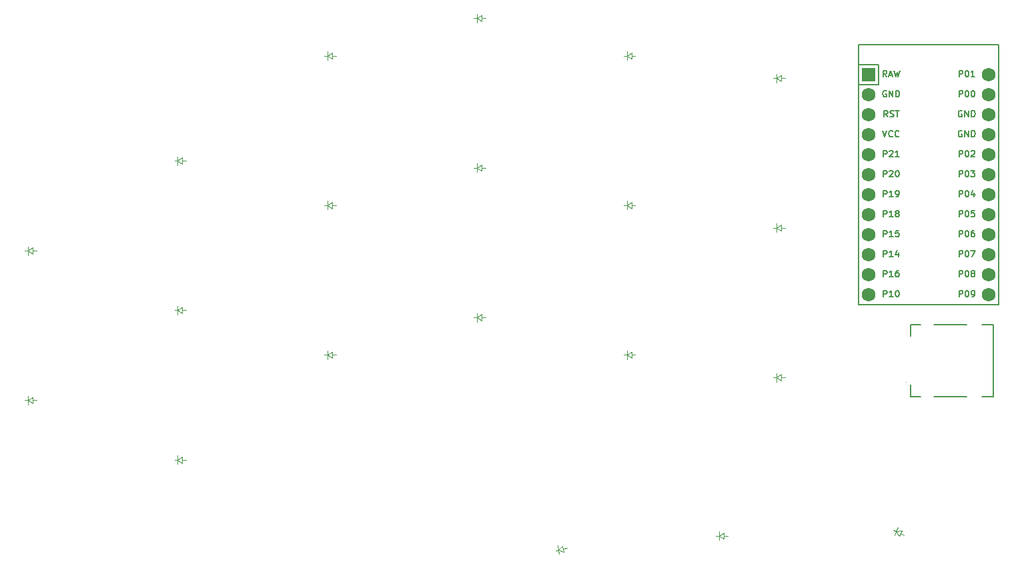
<source format=gbr>
%TF.GenerationSoftware,KiCad,Pcbnew,(7.0.0-0)*%
%TF.CreationDate,2023-06-05T18:59:05+10:00*%
%TF.ProjectId,trone,74726f6e-652e-46b6-9963-61645f706362,v1.0.0*%
%TF.SameCoordinates,Original*%
%TF.FileFunction,Legend,Top*%
%TF.FilePolarity,Positive*%
%FSLAX46Y46*%
G04 Gerber Fmt 4.6, Leading zero omitted, Abs format (unit mm)*
G04 Created by KiCad (PCBNEW (7.0.0-0)) date 2023-06-05 18:59:05*
%MOMM*%
%LPD*%
G01*
G04 APERTURE LIST*
%ADD10C,0.150000*%
%ADD11C,0.100000*%
%ADD12C,0.127000*%
%ADD13R,1.752600X1.752600*%
%ADD14C,1.752600*%
G04 APERTURE END LIST*
D10*
%TO.C,MCU1*%
X258228571Y-135236404D02*
X258228571Y-134436404D01*
X258228571Y-134436404D02*
X258533333Y-134436404D01*
X258533333Y-134436404D02*
X258609523Y-134474500D01*
X258609523Y-134474500D02*
X258647618Y-134512595D01*
X258647618Y-134512595D02*
X258685714Y-134588785D01*
X258685714Y-134588785D02*
X258685714Y-134703071D01*
X258685714Y-134703071D02*
X258647618Y-134779261D01*
X258647618Y-134779261D02*
X258609523Y-134817357D01*
X258609523Y-134817357D02*
X258533333Y-134855452D01*
X258533333Y-134855452D02*
X258228571Y-134855452D01*
X259447618Y-135236404D02*
X258990475Y-135236404D01*
X259219047Y-135236404D02*
X259219047Y-134436404D01*
X259219047Y-134436404D02*
X259142856Y-134550690D01*
X259142856Y-134550690D02*
X259066666Y-134626880D01*
X259066666Y-134626880D02*
X258990475Y-134664976D01*
X260171428Y-134436404D02*
X259790476Y-134436404D01*
X259790476Y-134436404D02*
X259752380Y-134817357D01*
X259752380Y-134817357D02*
X259790476Y-134779261D01*
X259790476Y-134779261D02*
X259866666Y-134741166D01*
X259866666Y-134741166D02*
X260057142Y-134741166D01*
X260057142Y-134741166D02*
X260133333Y-134779261D01*
X260133333Y-134779261D02*
X260171428Y-134817357D01*
X260171428Y-134817357D02*
X260209523Y-134893547D01*
X260209523Y-134893547D02*
X260209523Y-135084023D01*
X260209523Y-135084023D02*
X260171428Y-135160214D01*
X260171428Y-135160214D02*
X260133333Y-135198309D01*
X260133333Y-135198309D02*
X260057142Y-135236404D01*
X260057142Y-135236404D02*
X259866666Y-135236404D01*
X259866666Y-135236404D02*
X259790476Y-135198309D01*
X259790476Y-135198309D02*
X259752380Y-135160214D01*
X267828571Y-135236404D02*
X267828571Y-134436404D01*
X267828571Y-134436404D02*
X268133333Y-134436404D01*
X268133333Y-134436404D02*
X268209523Y-134474500D01*
X268209523Y-134474500D02*
X268247618Y-134512595D01*
X268247618Y-134512595D02*
X268285714Y-134588785D01*
X268285714Y-134588785D02*
X268285714Y-134703071D01*
X268285714Y-134703071D02*
X268247618Y-134779261D01*
X268247618Y-134779261D02*
X268209523Y-134817357D01*
X268209523Y-134817357D02*
X268133333Y-134855452D01*
X268133333Y-134855452D02*
X267828571Y-134855452D01*
X268780952Y-134436404D02*
X268857142Y-134436404D01*
X268857142Y-134436404D02*
X268933333Y-134474500D01*
X268933333Y-134474500D02*
X268971428Y-134512595D01*
X268971428Y-134512595D02*
X269009523Y-134588785D01*
X269009523Y-134588785D02*
X269047618Y-134741166D01*
X269047618Y-134741166D02*
X269047618Y-134931642D01*
X269047618Y-134931642D02*
X269009523Y-135084023D01*
X269009523Y-135084023D02*
X268971428Y-135160214D01*
X268971428Y-135160214D02*
X268933333Y-135198309D01*
X268933333Y-135198309D02*
X268857142Y-135236404D01*
X268857142Y-135236404D02*
X268780952Y-135236404D01*
X268780952Y-135236404D02*
X268704761Y-135198309D01*
X268704761Y-135198309D02*
X268666666Y-135160214D01*
X268666666Y-135160214D02*
X268628571Y-135084023D01*
X268628571Y-135084023D02*
X268590475Y-134931642D01*
X268590475Y-134931642D02*
X268590475Y-134741166D01*
X268590475Y-134741166D02*
X268628571Y-134588785D01*
X268628571Y-134588785D02*
X268666666Y-134512595D01*
X268666666Y-134512595D02*
X268704761Y-134474500D01*
X268704761Y-134474500D02*
X268780952Y-134436404D01*
X269733333Y-134436404D02*
X269580952Y-134436404D01*
X269580952Y-134436404D02*
X269504761Y-134474500D01*
X269504761Y-134474500D02*
X269466666Y-134512595D01*
X269466666Y-134512595D02*
X269390476Y-134626880D01*
X269390476Y-134626880D02*
X269352380Y-134779261D01*
X269352380Y-134779261D02*
X269352380Y-135084023D01*
X269352380Y-135084023D02*
X269390476Y-135160214D01*
X269390476Y-135160214D02*
X269428571Y-135198309D01*
X269428571Y-135198309D02*
X269504761Y-135236404D01*
X269504761Y-135236404D02*
X269657142Y-135236404D01*
X269657142Y-135236404D02*
X269733333Y-135198309D01*
X269733333Y-135198309D02*
X269771428Y-135160214D01*
X269771428Y-135160214D02*
X269809523Y-135084023D01*
X269809523Y-135084023D02*
X269809523Y-134893547D01*
X269809523Y-134893547D02*
X269771428Y-134817357D01*
X269771428Y-134817357D02*
X269733333Y-134779261D01*
X269733333Y-134779261D02*
X269657142Y-134741166D01*
X269657142Y-134741166D02*
X269504761Y-134741166D01*
X269504761Y-134741166D02*
X269428571Y-134779261D01*
X269428571Y-134779261D02*
X269390476Y-134817357D01*
X269390476Y-134817357D02*
X269352380Y-134893547D01*
X267828571Y-114916404D02*
X267828571Y-114116404D01*
X267828571Y-114116404D02*
X268133333Y-114116404D01*
X268133333Y-114116404D02*
X268209523Y-114154500D01*
X268209523Y-114154500D02*
X268247618Y-114192595D01*
X268247618Y-114192595D02*
X268285714Y-114268785D01*
X268285714Y-114268785D02*
X268285714Y-114383071D01*
X268285714Y-114383071D02*
X268247618Y-114459261D01*
X268247618Y-114459261D02*
X268209523Y-114497357D01*
X268209523Y-114497357D02*
X268133333Y-114535452D01*
X268133333Y-114535452D02*
X267828571Y-114535452D01*
X268780952Y-114116404D02*
X268857142Y-114116404D01*
X268857142Y-114116404D02*
X268933333Y-114154500D01*
X268933333Y-114154500D02*
X268971428Y-114192595D01*
X268971428Y-114192595D02*
X269009523Y-114268785D01*
X269009523Y-114268785D02*
X269047618Y-114421166D01*
X269047618Y-114421166D02*
X269047618Y-114611642D01*
X269047618Y-114611642D02*
X269009523Y-114764023D01*
X269009523Y-114764023D02*
X268971428Y-114840214D01*
X268971428Y-114840214D02*
X268933333Y-114878309D01*
X268933333Y-114878309D02*
X268857142Y-114916404D01*
X268857142Y-114916404D02*
X268780952Y-114916404D01*
X268780952Y-114916404D02*
X268704761Y-114878309D01*
X268704761Y-114878309D02*
X268666666Y-114840214D01*
X268666666Y-114840214D02*
X268628571Y-114764023D01*
X268628571Y-114764023D02*
X268590475Y-114611642D01*
X268590475Y-114611642D02*
X268590475Y-114421166D01*
X268590475Y-114421166D02*
X268628571Y-114268785D01*
X268628571Y-114268785D02*
X268666666Y-114192595D01*
X268666666Y-114192595D02*
X268704761Y-114154500D01*
X268704761Y-114154500D02*
X268780952Y-114116404D01*
X269809523Y-114916404D02*
X269352380Y-114916404D01*
X269580952Y-114916404D02*
X269580952Y-114116404D01*
X269580952Y-114116404D02*
X269504761Y-114230690D01*
X269504761Y-114230690D02*
X269428571Y-114306880D01*
X269428571Y-114306880D02*
X269352380Y-114344976D01*
X267828571Y-140316404D02*
X267828571Y-139516404D01*
X267828571Y-139516404D02*
X268133333Y-139516404D01*
X268133333Y-139516404D02*
X268209523Y-139554500D01*
X268209523Y-139554500D02*
X268247618Y-139592595D01*
X268247618Y-139592595D02*
X268285714Y-139668785D01*
X268285714Y-139668785D02*
X268285714Y-139783071D01*
X268285714Y-139783071D02*
X268247618Y-139859261D01*
X268247618Y-139859261D02*
X268209523Y-139897357D01*
X268209523Y-139897357D02*
X268133333Y-139935452D01*
X268133333Y-139935452D02*
X267828571Y-139935452D01*
X268780952Y-139516404D02*
X268857142Y-139516404D01*
X268857142Y-139516404D02*
X268933333Y-139554500D01*
X268933333Y-139554500D02*
X268971428Y-139592595D01*
X268971428Y-139592595D02*
X269009523Y-139668785D01*
X269009523Y-139668785D02*
X269047618Y-139821166D01*
X269047618Y-139821166D02*
X269047618Y-140011642D01*
X269047618Y-140011642D02*
X269009523Y-140164023D01*
X269009523Y-140164023D02*
X268971428Y-140240214D01*
X268971428Y-140240214D02*
X268933333Y-140278309D01*
X268933333Y-140278309D02*
X268857142Y-140316404D01*
X268857142Y-140316404D02*
X268780952Y-140316404D01*
X268780952Y-140316404D02*
X268704761Y-140278309D01*
X268704761Y-140278309D02*
X268666666Y-140240214D01*
X268666666Y-140240214D02*
X268628571Y-140164023D01*
X268628571Y-140164023D02*
X268590475Y-140011642D01*
X268590475Y-140011642D02*
X268590475Y-139821166D01*
X268590475Y-139821166D02*
X268628571Y-139668785D01*
X268628571Y-139668785D02*
X268666666Y-139592595D01*
X268666666Y-139592595D02*
X268704761Y-139554500D01*
X268704761Y-139554500D02*
X268780952Y-139516404D01*
X269504761Y-139859261D02*
X269428571Y-139821166D01*
X269428571Y-139821166D02*
X269390476Y-139783071D01*
X269390476Y-139783071D02*
X269352380Y-139706880D01*
X269352380Y-139706880D02*
X269352380Y-139668785D01*
X269352380Y-139668785D02*
X269390476Y-139592595D01*
X269390476Y-139592595D02*
X269428571Y-139554500D01*
X269428571Y-139554500D02*
X269504761Y-139516404D01*
X269504761Y-139516404D02*
X269657142Y-139516404D01*
X269657142Y-139516404D02*
X269733333Y-139554500D01*
X269733333Y-139554500D02*
X269771428Y-139592595D01*
X269771428Y-139592595D02*
X269809523Y-139668785D01*
X269809523Y-139668785D02*
X269809523Y-139706880D01*
X269809523Y-139706880D02*
X269771428Y-139783071D01*
X269771428Y-139783071D02*
X269733333Y-139821166D01*
X269733333Y-139821166D02*
X269657142Y-139859261D01*
X269657142Y-139859261D02*
X269504761Y-139859261D01*
X269504761Y-139859261D02*
X269428571Y-139897357D01*
X269428571Y-139897357D02*
X269390476Y-139935452D01*
X269390476Y-139935452D02*
X269352380Y-140011642D01*
X269352380Y-140011642D02*
X269352380Y-140164023D01*
X269352380Y-140164023D02*
X269390476Y-140240214D01*
X269390476Y-140240214D02*
X269428571Y-140278309D01*
X269428571Y-140278309D02*
X269504761Y-140316404D01*
X269504761Y-140316404D02*
X269657142Y-140316404D01*
X269657142Y-140316404D02*
X269733333Y-140278309D01*
X269733333Y-140278309D02*
X269771428Y-140240214D01*
X269771428Y-140240214D02*
X269809523Y-140164023D01*
X269809523Y-140164023D02*
X269809523Y-140011642D01*
X269809523Y-140011642D02*
X269771428Y-139935452D01*
X269771428Y-139935452D02*
X269733333Y-139897357D01*
X269733333Y-139897357D02*
X269657142Y-139859261D01*
X258590476Y-116694500D02*
X258514286Y-116656404D01*
X258514286Y-116656404D02*
X258400000Y-116656404D01*
X258400000Y-116656404D02*
X258285714Y-116694500D01*
X258285714Y-116694500D02*
X258209524Y-116770690D01*
X258209524Y-116770690D02*
X258171429Y-116846880D01*
X258171429Y-116846880D02*
X258133333Y-116999261D01*
X258133333Y-116999261D02*
X258133333Y-117113547D01*
X258133333Y-117113547D02*
X258171429Y-117265928D01*
X258171429Y-117265928D02*
X258209524Y-117342119D01*
X258209524Y-117342119D02*
X258285714Y-117418309D01*
X258285714Y-117418309D02*
X258400000Y-117456404D01*
X258400000Y-117456404D02*
X258476191Y-117456404D01*
X258476191Y-117456404D02*
X258590476Y-117418309D01*
X258590476Y-117418309D02*
X258628572Y-117380214D01*
X258628572Y-117380214D02*
X258628572Y-117113547D01*
X258628572Y-117113547D02*
X258476191Y-117113547D01*
X258971429Y-117456404D02*
X258971429Y-116656404D01*
X258971429Y-116656404D02*
X259428572Y-117456404D01*
X259428572Y-117456404D02*
X259428572Y-116656404D01*
X259809524Y-117456404D02*
X259809524Y-116656404D01*
X259809524Y-116656404D02*
X260000000Y-116656404D01*
X260000000Y-116656404D02*
X260114286Y-116694500D01*
X260114286Y-116694500D02*
X260190476Y-116770690D01*
X260190476Y-116770690D02*
X260228571Y-116846880D01*
X260228571Y-116846880D02*
X260266667Y-116999261D01*
X260266667Y-116999261D02*
X260266667Y-117113547D01*
X260266667Y-117113547D02*
X260228571Y-117265928D01*
X260228571Y-117265928D02*
X260190476Y-117342119D01*
X260190476Y-117342119D02*
X260114286Y-117418309D01*
X260114286Y-117418309D02*
X260000000Y-117456404D01*
X260000000Y-117456404D02*
X259809524Y-117456404D01*
X258228571Y-127616404D02*
X258228571Y-126816404D01*
X258228571Y-126816404D02*
X258533333Y-126816404D01*
X258533333Y-126816404D02*
X258609523Y-126854500D01*
X258609523Y-126854500D02*
X258647618Y-126892595D01*
X258647618Y-126892595D02*
X258685714Y-126968785D01*
X258685714Y-126968785D02*
X258685714Y-127083071D01*
X258685714Y-127083071D02*
X258647618Y-127159261D01*
X258647618Y-127159261D02*
X258609523Y-127197357D01*
X258609523Y-127197357D02*
X258533333Y-127235452D01*
X258533333Y-127235452D02*
X258228571Y-127235452D01*
X258990475Y-126892595D02*
X259028571Y-126854500D01*
X259028571Y-126854500D02*
X259104761Y-126816404D01*
X259104761Y-126816404D02*
X259295237Y-126816404D01*
X259295237Y-126816404D02*
X259371428Y-126854500D01*
X259371428Y-126854500D02*
X259409523Y-126892595D01*
X259409523Y-126892595D02*
X259447618Y-126968785D01*
X259447618Y-126968785D02*
X259447618Y-127044976D01*
X259447618Y-127044976D02*
X259409523Y-127159261D01*
X259409523Y-127159261D02*
X258952380Y-127616404D01*
X258952380Y-127616404D02*
X259447618Y-127616404D01*
X259942857Y-126816404D02*
X260019047Y-126816404D01*
X260019047Y-126816404D02*
X260095238Y-126854500D01*
X260095238Y-126854500D02*
X260133333Y-126892595D01*
X260133333Y-126892595D02*
X260171428Y-126968785D01*
X260171428Y-126968785D02*
X260209523Y-127121166D01*
X260209523Y-127121166D02*
X260209523Y-127311642D01*
X260209523Y-127311642D02*
X260171428Y-127464023D01*
X260171428Y-127464023D02*
X260133333Y-127540214D01*
X260133333Y-127540214D02*
X260095238Y-127578309D01*
X260095238Y-127578309D02*
X260019047Y-127616404D01*
X260019047Y-127616404D02*
X259942857Y-127616404D01*
X259942857Y-127616404D02*
X259866666Y-127578309D01*
X259866666Y-127578309D02*
X259828571Y-127540214D01*
X259828571Y-127540214D02*
X259790476Y-127464023D01*
X259790476Y-127464023D02*
X259752380Y-127311642D01*
X259752380Y-127311642D02*
X259752380Y-127121166D01*
X259752380Y-127121166D02*
X259790476Y-126968785D01*
X259790476Y-126968785D02*
X259828571Y-126892595D01*
X259828571Y-126892595D02*
X259866666Y-126854500D01*
X259866666Y-126854500D02*
X259942857Y-126816404D01*
X258647619Y-114916404D02*
X258380952Y-114535452D01*
X258190476Y-114916404D02*
X258190476Y-114116404D01*
X258190476Y-114116404D02*
X258495238Y-114116404D01*
X258495238Y-114116404D02*
X258571428Y-114154500D01*
X258571428Y-114154500D02*
X258609523Y-114192595D01*
X258609523Y-114192595D02*
X258647619Y-114268785D01*
X258647619Y-114268785D02*
X258647619Y-114383071D01*
X258647619Y-114383071D02*
X258609523Y-114459261D01*
X258609523Y-114459261D02*
X258571428Y-114497357D01*
X258571428Y-114497357D02*
X258495238Y-114535452D01*
X258495238Y-114535452D02*
X258190476Y-114535452D01*
X258952380Y-114687833D02*
X259333333Y-114687833D01*
X258876190Y-114916404D02*
X259142857Y-114116404D01*
X259142857Y-114116404D02*
X259409523Y-114916404D01*
X259599999Y-114116404D02*
X259790475Y-114916404D01*
X259790475Y-114916404D02*
X259942856Y-114344976D01*
X259942856Y-114344976D02*
X260095237Y-114916404D01*
X260095237Y-114916404D02*
X260285714Y-114116404D01*
X267828571Y-125076404D02*
X267828571Y-124276404D01*
X267828571Y-124276404D02*
X268133333Y-124276404D01*
X268133333Y-124276404D02*
X268209523Y-124314500D01*
X268209523Y-124314500D02*
X268247618Y-124352595D01*
X268247618Y-124352595D02*
X268285714Y-124428785D01*
X268285714Y-124428785D02*
X268285714Y-124543071D01*
X268285714Y-124543071D02*
X268247618Y-124619261D01*
X268247618Y-124619261D02*
X268209523Y-124657357D01*
X268209523Y-124657357D02*
X268133333Y-124695452D01*
X268133333Y-124695452D02*
X267828571Y-124695452D01*
X268780952Y-124276404D02*
X268857142Y-124276404D01*
X268857142Y-124276404D02*
X268933333Y-124314500D01*
X268933333Y-124314500D02*
X268971428Y-124352595D01*
X268971428Y-124352595D02*
X269009523Y-124428785D01*
X269009523Y-124428785D02*
X269047618Y-124581166D01*
X269047618Y-124581166D02*
X269047618Y-124771642D01*
X269047618Y-124771642D02*
X269009523Y-124924023D01*
X269009523Y-124924023D02*
X268971428Y-125000214D01*
X268971428Y-125000214D02*
X268933333Y-125038309D01*
X268933333Y-125038309D02*
X268857142Y-125076404D01*
X268857142Y-125076404D02*
X268780952Y-125076404D01*
X268780952Y-125076404D02*
X268704761Y-125038309D01*
X268704761Y-125038309D02*
X268666666Y-125000214D01*
X268666666Y-125000214D02*
X268628571Y-124924023D01*
X268628571Y-124924023D02*
X268590475Y-124771642D01*
X268590475Y-124771642D02*
X268590475Y-124581166D01*
X268590475Y-124581166D02*
X268628571Y-124428785D01*
X268628571Y-124428785D02*
X268666666Y-124352595D01*
X268666666Y-124352595D02*
X268704761Y-124314500D01*
X268704761Y-124314500D02*
X268780952Y-124276404D01*
X269352380Y-124352595D02*
X269390476Y-124314500D01*
X269390476Y-124314500D02*
X269466666Y-124276404D01*
X269466666Y-124276404D02*
X269657142Y-124276404D01*
X269657142Y-124276404D02*
X269733333Y-124314500D01*
X269733333Y-124314500D02*
X269771428Y-124352595D01*
X269771428Y-124352595D02*
X269809523Y-124428785D01*
X269809523Y-124428785D02*
X269809523Y-124504976D01*
X269809523Y-124504976D02*
X269771428Y-124619261D01*
X269771428Y-124619261D02*
X269314285Y-125076404D01*
X269314285Y-125076404D02*
X269809523Y-125076404D01*
X258761905Y-119996404D02*
X258495238Y-119615452D01*
X258304762Y-119996404D02*
X258304762Y-119196404D01*
X258304762Y-119196404D02*
X258609524Y-119196404D01*
X258609524Y-119196404D02*
X258685714Y-119234500D01*
X258685714Y-119234500D02*
X258723809Y-119272595D01*
X258723809Y-119272595D02*
X258761905Y-119348785D01*
X258761905Y-119348785D02*
X258761905Y-119463071D01*
X258761905Y-119463071D02*
X258723809Y-119539261D01*
X258723809Y-119539261D02*
X258685714Y-119577357D01*
X258685714Y-119577357D02*
X258609524Y-119615452D01*
X258609524Y-119615452D02*
X258304762Y-119615452D01*
X259066666Y-119958309D02*
X259180952Y-119996404D01*
X259180952Y-119996404D02*
X259371428Y-119996404D01*
X259371428Y-119996404D02*
X259447619Y-119958309D01*
X259447619Y-119958309D02*
X259485714Y-119920214D01*
X259485714Y-119920214D02*
X259523809Y-119844023D01*
X259523809Y-119844023D02*
X259523809Y-119767833D01*
X259523809Y-119767833D02*
X259485714Y-119691642D01*
X259485714Y-119691642D02*
X259447619Y-119653547D01*
X259447619Y-119653547D02*
X259371428Y-119615452D01*
X259371428Y-119615452D02*
X259219047Y-119577357D01*
X259219047Y-119577357D02*
X259142857Y-119539261D01*
X259142857Y-119539261D02*
X259104762Y-119501166D01*
X259104762Y-119501166D02*
X259066666Y-119424976D01*
X259066666Y-119424976D02*
X259066666Y-119348785D01*
X259066666Y-119348785D02*
X259104762Y-119272595D01*
X259104762Y-119272595D02*
X259142857Y-119234500D01*
X259142857Y-119234500D02*
X259219047Y-119196404D01*
X259219047Y-119196404D02*
X259409524Y-119196404D01*
X259409524Y-119196404D02*
X259523809Y-119234500D01*
X259752381Y-119196404D02*
X260209524Y-119196404D01*
X259980952Y-119996404D02*
X259980952Y-119196404D01*
X258228571Y-125076404D02*
X258228571Y-124276404D01*
X258228571Y-124276404D02*
X258533333Y-124276404D01*
X258533333Y-124276404D02*
X258609523Y-124314500D01*
X258609523Y-124314500D02*
X258647618Y-124352595D01*
X258647618Y-124352595D02*
X258685714Y-124428785D01*
X258685714Y-124428785D02*
X258685714Y-124543071D01*
X258685714Y-124543071D02*
X258647618Y-124619261D01*
X258647618Y-124619261D02*
X258609523Y-124657357D01*
X258609523Y-124657357D02*
X258533333Y-124695452D01*
X258533333Y-124695452D02*
X258228571Y-124695452D01*
X258990475Y-124352595D02*
X259028571Y-124314500D01*
X259028571Y-124314500D02*
X259104761Y-124276404D01*
X259104761Y-124276404D02*
X259295237Y-124276404D01*
X259295237Y-124276404D02*
X259371428Y-124314500D01*
X259371428Y-124314500D02*
X259409523Y-124352595D01*
X259409523Y-124352595D02*
X259447618Y-124428785D01*
X259447618Y-124428785D02*
X259447618Y-124504976D01*
X259447618Y-124504976D02*
X259409523Y-124619261D01*
X259409523Y-124619261D02*
X258952380Y-125076404D01*
X258952380Y-125076404D02*
X259447618Y-125076404D01*
X260209523Y-125076404D02*
X259752380Y-125076404D01*
X259980952Y-125076404D02*
X259980952Y-124276404D01*
X259980952Y-124276404D02*
X259904761Y-124390690D01*
X259904761Y-124390690D02*
X259828571Y-124466880D01*
X259828571Y-124466880D02*
X259752380Y-124504976D01*
X258228571Y-137776404D02*
X258228571Y-136976404D01*
X258228571Y-136976404D02*
X258533333Y-136976404D01*
X258533333Y-136976404D02*
X258609523Y-137014500D01*
X258609523Y-137014500D02*
X258647618Y-137052595D01*
X258647618Y-137052595D02*
X258685714Y-137128785D01*
X258685714Y-137128785D02*
X258685714Y-137243071D01*
X258685714Y-137243071D02*
X258647618Y-137319261D01*
X258647618Y-137319261D02*
X258609523Y-137357357D01*
X258609523Y-137357357D02*
X258533333Y-137395452D01*
X258533333Y-137395452D02*
X258228571Y-137395452D01*
X259447618Y-137776404D02*
X258990475Y-137776404D01*
X259219047Y-137776404D02*
X259219047Y-136976404D01*
X259219047Y-136976404D02*
X259142856Y-137090690D01*
X259142856Y-137090690D02*
X259066666Y-137166880D01*
X259066666Y-137166880D02*
X258990475Y-137204976D01*
X260133333Y-137243071D02*
X260133333Y-137776404D01*
X259942857Y-136938309D02*
X259752380Y-137509738D01*
X259752380Y-137509738D02*
X260247619Y-137509738D01*
X268190476Y-121774500D02*
X268114286Y-121736404D01*
X268114286Y-121736404D02*
X268000000Y-121736404D01*
X268000000Y-121736404D02*
X267885714Y-121774500D01*
X267885714Y-121774500D02*
X267809524Y-121850690D01*
X267809524Y-121850690D02*
X267771429Y-121926880D01*
X267771429Y-121926880D02*
X267733333Y-122079261D01*
X267733333Y-122079261D02*
X267733333Y-122193547D01*
X267733333Y-122193547D02*
X267771429Y-122345928D01*
X267771429Y-122345928D02*
X267809524Y-122422119D01*
X267809524Y-122422119D02*
X267885714Y-122498309D01*
X267885714Y-122498309D02*
X268000000Y-122536404D01*
X268000000Y-122536404D02*
X268076191Y-122536404D01*
X268076191Y-122536404D02*
X268190476Y-122498309D01*
X268190476Y-122498309D02*
X268228572Y-122460214D01*
X268228572Y-122460214D02*
X268228572Y-122193547D01*
X268228572Y-122193547D02*
X268076191Y-122193547D01*
X268571429Y-122536404D02*
X268571429Y-121736404D01*
X268571429Y-121736404D02*
X269028572Y-122536404D01*
X269028572Y-122536404D02*
X269028572Y-121736404D01*
X269409524Y-122536404D02*
X269409524Y-121736404D01*
X269409524Y-121736404D02*
X269600000Y-121736404D01*
X269600000Y-121736404D02*
X269714286Y-121774500D01*
X269714286Y-121774500D02*
X269790476Y-121850690D01*
X269790476Y-121850690D02*
X269828571Y-121926880D01*
X269828571Y-121926880D02*
X269866667Y-122079261D01*
X269866667Y-122079261D02*
X269866667Y-122193547D01*
X269866667Y-122193547D02*
X269828571Y-122345928D01*
X269828571Y-122345928D02*
X269790476Y-122422119D01*
X269790476Y-122422119D02*
X269714286Y-122498309D01*
X269714286Y-122498309D02*
X269600000Y-122536404D01*
X269600000Y-122536404D02*
X269409524Y-122536404D01*
X267828571Y-130156404D02*
X267828571Y-129356404D01*
X267828571Y-129356404D02*
X268133333Y-129356404D01*
X268133333Y-129356404D02*
X268209523Y-129394500D01*
X268209523Y-129394500D02*
X268247618Y-129432595D01*
X268247618Y-129432595D02*
X268285714Y-129508785D01*
X268285714Y-129508785D02*
X268285714Y-129623071D01*
X268285714Y-129623071D02*
X268247618Y-129699261D01*
X268247618Y-129699261D02*
X268209523Y-129737357D01*
X268209523Y-129737357D02*
X268133333Y-129775452D01*
X268133333Y-129775452D02*
X267828571Y-129775452D01*
X268780952Y-129356404D02*
X268857142Y-129356404D01*
X268857142Y-129356404D02*
X268933333Y-129394500D01*
X268933333Y-129394500D02*
X268971428Y-129432595D01*
X268971428Y-129432595D02*
X269009523Y-129508785D01*
X269009523Y-129508785D02*
X269047618Y-129661166D01*
X269047618Y-129661166D02*
X269047618Y-129851642D01*
X269047618Y-129851642D02*
X269009523Y-130004023D01*
X269009523Y-130004023D02*
X268971428Y-130080214D01*
X268971428Y-130080214D02*
X268933333Y-130118309D01*
X268933333Y-130118309D02*
X268857142Y-130156404D01*
X268857142Y-130156404D02*
X268780952Y-130156404D01*
X268780952Y-130156404D02*
X268704761Y-130118309D01*
X268704761Y-130118309D02*
X268666666Y-130080214D01*
X268666666Y-130080214D02*
X268628571Y-130004023D01*
X268628571Y-130004023D02*
X268590475Y-129851642D01*
X268590475Y-129851642D02*
X268590475Y-129661166D01*
X268590475Y-129661166D02*
X268628571Y-129508785D01*
X268628571Y-129508785D02*
X268666666Y-129432595D01*
X268666666Y-129432595D02*
X268704761Y-129394500D01*
X268704761Y-129394500D02*
X268780952Y-129356404D01*
X269733333Y-129623071D02*
X269733333Y-130156404D01*
X269542857Y-129318309D02*
X269352380Y-129889738D01*
X269352380Y-129889738D02*
X269847619Y-129889738D01*
X258228571Y-142856404D02*
X258228571Y-142056404D01*
X258228571Y-142056404D02*
X258533333Y-142056404D01*
X258533333Y-142056404D02*
X258609523Y-142094500D01*
X258609523Y-142094500D02*
X258647618Y-142132595D01*
X258647618Y-142132595D02*
X258685714Y-142208785D01*
X258685714Y-142208785D02*
X258685714Y-142323071D01*
X258685714Y-142323071D02*
X258647618Y-142399261D01*
X258647618Y-142399261D02*
X258609523Y-142437357D01*
X258609523Y-142437357D02*
X258533333Y-142475452D01*
X258533333Y-142475452D02*
X258228571Y-142475452D01*
X259447618Y-142856404D02*
X258990475Y-142856404D01*
X259219047Y-142856404D02*
X259219047Y-142056404D01*
X259219047Y-142056404D02*
X259142856Y-142170690D01*
X259142856Y-142170690D02*
X259066666Y-142246880D01*
X259066666Y-142246880D02*
X258990475Y-142284976D01*
X259942857Y-142056404D02*
X260019047Y-142056404D01*
X260019047Y-142056404D02*
X260095238Y-142094500D01*
X260095238Y-142094500D02*
X260133333Y-142132595D01*
X260133333Y-142132595D02*
X260171428Y-142208785D01*
X260171428Y-142208785D02*
X260209523Y-142361166D01*
X260209523Y-142361166D02*
X260209523Y-142551642D01*
X260209523Y-142551642D02*
X260171428Y-142704023D01*
X260171428Y-142704023D02*
X260133333Y-142780214D01*
X260133333Y-142780214D02*
X260095238Y-142818309D01*
X260095238Y-142818309D02*
X260019047Y-142856404D01*
X260019047Y-142856404D02*
X259942857Y-142856404D01*
X259942857Y-142856404D02*
X259866666Y-142818309D01*
X259866666Y-142818309D02*
X259828571Y-142780214D01*
X259828571Y-142780214D02*
X259790476Y-142704023D01*
X259790476Y-142704023D02*
X259752380Y-142551642D01*
X259752380Y-142551642D02*
X259752380Y-142361166D01*
X259752380Y-142361166D02*
X259790476Y-142208785D01*
X259790476Y-142208785D02*
X259828571Y-142132595D01*
X259828571Y-142132595D02*
X259866666Y-142094500D01*
X259866666Y-142094500D02*
X259942857Y-142056404D01*
X267828571Y-132696404D02*
X267828571Y-131896404D01*
X267828571Y-131896404D02*
X268133333Y-131896404D01*
X268133333Y-131896404D02*
X268209523Y-131934500D01*
X268209523Y-131934500D02*
X268247618Y-131972595D01*
X268247618Y-131972595D02*
X268285714Y-132048785D01*
X268285714Y-132048785D02*
X268285714Y-132163071D01*
X268285714Y-132163071D02*
X268247618Y-132239261D01*
X268247618Y-132239261D02*
X268209523Y-132277357D01*
X268209523Y-132277357D02*
X268133333Y-132315452D01*
X268133333Y-132315452D02*
X267828571Y-132315452D01*
X268780952Y-131896404D02*
X268857142Y-131896404D01*
X268857142Y-131896404D02*
X268933333Y-131934500D01*
X268933333Y-131934500D02*
X268971428Y-131972595D01*
X268971428Y-131972595D02*
X269009523Y-132048785D01*
X269009523Y-132048785D02*
X269047618Y-132201166D01*
X269047618Y-132201166D02*
X269047618Y-132391642D01*
X269047618Y-132391642D02*
X269009523Y-132544023D01*
X269009523Y-132544023D02*
X268971428Y-132620214D01*
X268971428Y-132620214D02*
X268933333Y-132658309D01*
X268933333Y-132658309D02*
X268857142Y-132696404D01*
X268857142Y-132696404D02*
X268780952Y-132696404D01*
X268780952Y-132696404D02*
X268704761Y-132658309D01*
X268704761Y-132658309D02*
X268666666Y-132620214D01*
X268666666Y-132620214D02*
X268628571Y-132544023D01*
X268628571Y-132544023D02*
X268590475Y-132391642D01*
X268590475Y-132391642D02*
X268590475Y-132201166D01*
X268590475Y-132201166D02*
X268628571Y-132048785D01*
X268628571Y-132048785D02*
X268666666Y-131972595D01*
X268666666Y-131972595D02*
X268704761Y-131934500D01*
X268704761Y-131934500D02*
X268780952Y-131896404D01*
X269771428Y-131896404D02*
X269390476Y-131896404D01*
X269390476Y-131896404D02*
X269352380Y-132277357D01*
X269352380Y-132277357D02*
X269390476Y-132239261D01*
X269390476Y-132239261D02*
X269466666Y-132201166D01*
X269466666Y-132201166D02*
X269657142Y-132201166D01*
X269657142Y-132201166D02*
X269733333Y-132239261D01*
X269733333Y-132239261D02*
X269771428Y-132277357D01*
X269771428Y-132277357D02*
X269809523Y-132353547D01*
X269809523Y-132353547D02*
X269809523Y-132544023D01*
X269809523Y-132544023D02*
X269771428Y-132620214D01*
X269771428Y-132620214D02*
X269733333Y-132658309D01*
X269733333Y-132658309D02*
X269657142Y-132696404D01*
X269657142Y-132696404D02*
X269466666Y-132696404D01*
X269466666Y-132696404D02*
X269390476Y-132658309D01*
X269390476Y-132658309D02*
X269352380Y-132620214D01*
X267828571Y-117456404D02*
X267828571Y-116656404D01*
X267828571Y-116656404D02*
X268133333Y-116656404D01*
X268133333Y-116656404D02*
X268209523Y-116694500D01*
X268209523Y-116694500D02*
X268247618Y-116732595D01*
X268247618Y-116732595D02*
X268285714Y-116808785D01*
X268285714Y-116808785D02*
X268285714Y-116923071D01*
X268285714Y-116923071D02*
X268247618Y-116999261D01*
X268247618Y-116999261D02*
X268209523Y-117037357D01*
X268209523Y-117037357D02*
X268133333Y-117075452D01*
X268133333Y-117075452D02*
X267828571Y-117075452D01*
X268780952Y-116656404D02*
X268857142Y-116656404D01*
X268857142Y-116656404D02*
X268933333Y-116694500D01*
X268933333Y-116694500D02*
X268971428Y-116732595D01*
X268971428Y-116732595D02*
X269009523Y-116808785D01*
X269009523Y-116808785D02*
X269047618Y-116961166D01*
X269047618Y-116961166D02*
X269047618Y-117151642D01*
X269047618Y-117151642D02*
X269009523Y-117304023D01*
X269009523Y-117304023D02*
X268971428Y-117380214D01*
X268971428Y-117380214D02*
X268933333Y-117418309D01*
X268933333Y-117418309D02*
X268857142Y-117456404D01*
X268857142Y-117456404D02*
X268780952Y-117456404D01*
X268780952Y-117456404D02*
X268704761Y-117418309D01*
X268704761Y-117418309D02*
X268666666Y-117380214D01*
X268666666Y-117380214D02*
X268628571Y-117304023D01*
X268628571Y-117304023D02*
X268590475Y-117151642D01*
X268590475Y-117151642D02*
X268590475Y-116961166D01*
X268590475Y-116961166D02*
X268628571Y-116808785D01*
X268628571Y-116808785D02*
X268666666Y-116732595D01*
X268666666Y-116732595D02*
X268704761Y-116694500D01*
X268704761Y-116694500D02*
X268780952Y-116656404D01*
X269542857Y-116656404D02*
X269619047Y-116656404D01*
X269619047Y-116656404D02*
X269695238Y-116694500D01*
X269695238Y-116694500D02*
X269733333Y-116732595D01*
X269733333Y-116732595D02*
X269771428Y-116808785D01*
X269771428Y-116808785D02*
X269809523Y-116961166D01*
X269809523Y-116961166D02*
X269809523Y-117151642D01*
X269809523Y-117151642D02*
X269771428Y-117304023D01*
X269771428Y-117304023D02*
X269733333Y-117380214D01*
X269733333Y-117380214D02*
X269695238Y-117418309D01*
X269695238Y-117418309D02*
X269619047Y-117456404D01*
X269619047Y-117456404D02*
X269542857Y-117456404D01*
X269542857Y-117456404D02*
X269466666Y-117418309D01*
X269466666Y-117418309D02*
X269428571Y-117380214D01*
X269428571Y-117380214D02*
X269390476Y-117304023D01*
X269390476Y-117304023D02*
X269352380Y-117151642D01*
X269352380Y-117151642D02*
X269352380Y-116961166D01*
X269352380Y-116961166D02*
X269390476Y-116808785D01*
X269390476Y-116808785D02*
X269428571Y-116732595D01*
X269428571Y-116732595D02*
X269466666Y-116694500D01*
X269466666Y-116694500D02*
X269542857Y-116656404D01*
X267828571Y-137776404D02*
X267828571Y-136976404D01*
X267828571Y-136976404D02*
X268133333Y-136976404D01*
X268133333Y-136976404D02*
X268209523Y-137014500D01*
X268209523Y-137014500D02*
X268247618Y-137052595D01*
X268247618Y-137052595D02*
X268285714Y-137128785D01*
X268285714Y-137128785D02*
X268285714Y-137243071D01*
X268285714Y-137243071D02*
X268247618Y-137319261D01*
X268247618Y-137319261D02*
X268209523Y-137357357D01*
X268209523Y-137357357D02*
X268133333Y-137395452D01*
X268133333Y-137395452D02*
X267828571Y-137395452D01*
X268780952Y-136976404D02*
X268857142Y-136976404D01*
X268857142Y-136976404D02*
X268933333Y-137014500D01*
X268933333Y-137014500D02*
X268971428Y-137052595D01*
X268971428Y-137052595D02*
X269009523Y-137128785D01*
X269009523Y-137128785D02*
X269047618Y-137281166D01*
X269047618Y-137281166D02*
X269047618Y-137471642D01*
X269047618Y-137471642D02*
X269009523Y-137624023D01*
X269009523Y-137624023D02*
X268971428Y-137700214D01*
X268971428Y-137700214D02*
X268933333Y-137738309D01*
X268933333Y-137738309D02*
X268857142Y-137776404D01*
X268857142Y-137776404D02*
X268780952Y-137776404D01*
X268780952Y-137776404D02*
X268704761Y-137738309D01*
X268704761Y-137738309D02*
X268666666Y-137700214D01*
X268666666Y-137700214D02*
X268628571Y-137624023D01*
X268628571Y-137624023D02*
X268590475Y-137471642D01*
X268590475Y-137471642D02*
X268590475Y-137281166D01*
X268590475Y-137281166D02*
X268628571Y-137128785D01*
X268628571Y-137128785D02*
X268666666Y-137052595D01*
X268666666Y-137052595D02*
X268704761Y-137014500D01*
X268704761Y-137014500D02*
X268780952Y-136976404D01*
X269314285Y-136976404D02*
X269847619Y-136976404D01*
X269847619Y-136976404D02*
X269504761Y-137776404D01*
X267828571Y-142856404D02*
X267828571Y-142056404D01*
X267828571Y-142056404D02*
X268133333Y-142056404D01*
X268133333Y-142056404D02*
X268209523Y-142094500D01*
X268209523Y-142094500D02*
X268247618Y-142132595D01*
X268247618Y-142132595D02*
X268285714Y-142208785D01*
X268285714Y-142208785D02*
X268285714Y-142323071D01*
X268285714Y-142323071D02*
X268247618Y-142399261D01*
X268247618Y-142399261D02*
X268209523Y-142437357D01*
X268209523Y-142437357D02*
X268133333Y-142475452D01*
X268133333Y-142475452D02*
X267828571Y-142475452D01*
X268780952Y-142056404D02*
X268857142Y-142056404D01*
X268857142Y-142056404D02*
X268933333Y-142094500D01*
X268933333Y-142094500D02*
X268971428Y-142132595D01*
X268971428Y-142132595D02*
X269009523Y-142208785D01*
X269009523Y-142208785D02*
X269047618Y-142361166D01*
X269047618Y-142361166D02*
X269047618Y-142551642D01*
X269047618Y-142551642D02*
X269009523Y-142704023D01*
X269009523Y-142704023D02*
X268971428Y-142780214D01*
X268971428Y-142780214D02*
X268933333Y-142818309D01*
X268933333Y-142818309D02*
X268857142Y-142856404D01*
X268857142Y-142856404D02*
X268780952Y-142856404D01*
X268780952Y-142856404D02*
X268704761Y-142818309D01*
X268704761Y-142818309D02*
X268666666Y-142780214D01*
X268666666Y-142780214D02*
X268628571Y-142704023D01*
X268628571Y-142704023D02*
X268590475Y-142551642D01*
X268590475Y-142551642D02*
X268590475Y-142361166D01*
X268590475Y-142361166D02*
X268628571Y-142208785D01*
X268628571Y-142208785D02*
X268666666Y-142132595D01*
X268666666Y-142132595D02*
X268704761Y-142094500D01*
X268704761Y-142094500D02*
X268780952Y-142056404D01*
X269428571Y-142856404D02*
X269580952Y-142856404D01*
X269580952Y-142856404D02*
X269657142Y-142818309D01*
X269657142Y-142818309D02*
X269695238Y-142780214D01*
X269695238Y-142780214D02*
X269771428Y-142665928D01*
X269771428Y-142665928D02*
X269809523Y-142513547D01*
X269809523Y-142513547D02*
X269809523Y-142208785D01*
X269809523Y-142208785D02*
X269771428Y-142132595D01*
X269771428Y-142132595D02*
X269733333Y-142094500D01*
X269733333Y-142094500D02*
X269657142Y-142056404D01*
X269657142Y-142056404D02*
X269504761Y-142056404D01*
X269504761Y-142056404D02*
X269428571Y-142094500D01*
X269428571Y-142094500D02*
X269390476Y-142132595D01*
X269390476Y-142132595D02*
X269352380Y-142208785D01*
X269352380Y-142208785D02*
X269352380Y-142399261D01*
X269352380Y-142399261D02*
X269390476Y-142475452D01*
X269390476Y-142475452D02*
X269428571Y-142513547D01*
X269428571Y-142513547D02*
X269504761Y-142551642D01*
X269504761Y-142551642D02*
X269657142Y-142551642D01*
X269657142Y-142551642D02*
X269733333Y-142513547D01*
X269733333Y-142513547D02*
X269771428Y-142475452D01*
X269771428Y-142475452D02*
X269809523Y-142399261D01*
X258228571Y-140316404D02*
X258228571Y-139516404D01*
X258228571Y-139516404D02*
X258533333Y-139516404D01*
X258533333Y-139516404D02*
X258609523Y-139554500D01*
X258609523Y-139554500D02*
X258647618Y-139592595D01*
X258647618Y-139592595D02*
X258685714Y-139668785D01*
X258685714Y-139668785D02*
X258685714Y-139783071D01*
X258685714Y-139783071D02*
X258647618Y-139859261D01*
X258647618Y-139859261D02*
X258609523Y-139897357D01*
X258609523Y-139897357D02*
X258533333Y-139935452D01*
X258533333Y-139935452D02*
X258228571Y-139935452D01*
X259447618Y-140316404D02*
X258990475Y-140316404D01*
X259219047Y-140316404D02*
X259219047Y-139516404D01*
X259219047Y-139516404D02*
X259142856Y-139630690D01*
X259142856Y-139630690D02*
X259066666Y-139706880D01*
X259066666Y-139706880D02*
X258990475Y-139744976D01*
X260133333Y-139516404D02*
X259980952Y-139516404D01*
X259980952Y-139516404D02*
X259904761Y-139554500D01*
X259904761Y-139554500D02*
X259866666Y-139592595D01*
X259866666Y-139592595D02*
X259790476Y-139706880D01*
X259790476Y-139706880D02*
X259752380Y-139859261D01*
X259752380Y-139859261D02*
X259752380Y-140164023D01*
X259752380Y-140164023D02*
X259790476Y-140240214D01*
X259790476Y-140240214D02*
X259828571Y-140278309D01*
X259828571Y-140278309D02*
X259904761Y-140316404D01*
X259904761Y-140316404D02*
X260057142Y-140316404D01*
X260057142Y-140316404D02*
X260133333Y-140278309D01*
X260133333Y-140278309D02*
X260171428Y-140240214D01*
X260171428Y-140240214D02*
X260209523Y-140164023D01*
X260209523Y-140164023D02*
X260209523Y-139973547D01*
X260209523Y-139973547D02*
X260171428Y-139897357D01*
X260171428Y-139897357D02*
X260133333Y-139859261D01*
X260133333Y-139859261D02*
X260057142Y-139821166D01*
X260057142Y-139821166D02*
X259904761Y-139821166D01*
X259904761Y-139821166D02*
X259828571Y-139859261D01*
X259828571Y-139859261D02*
X259790476Y-139897357D01*
X259790476Y-139897357D02*
X259752380Y-139973547D01*
X258133333Y-121736404D02*
X258400000Y-122536404D01*
X258400000Y-122536404D02*
X258666666Y-121736404D01*
X259390476Y-122460214D02*
X259352380Y-122498309D01*
X259352380Y-122498309D02*
X259238095Y-122536404D01*
X259238095Y-122536404D02*
X259161904Y-122536404D01*
X259161904Y-122536404D02*
X259047618Y-122498309D01*
X259047618Y-122498309D02*
X258971428Y-122422119D01*
X258971428Y-122422119D02*
X258933333Y-122345928D01*
X258933333Y-122345928D02*
X258895237Y-122193547D01*
X258895237Y-122193547D02*
X258895237Y-122079261D01*
X258895237Y-122079261D02*
X258933333Y-121926880D01*
X258933333Y-121926880D02*
X258971428Y-121850690D01*
X258971428Y-121850690D02*
X259047618Y-121774500D01*
X259047618Y-121774500D02*
X259161904Y-121736404D01*
X259161904Y-121736404D02*
X259238095Y-121736404D01*
X259238095Y-121736404D02*
X259352380Y-121774500D01*
X259352380Y-121774500D02*
X259390476Y-121812595D01*
X260190476Y-122460214D02*
X260152380Y-122498309D01*
X260152380Y-122498309D02*
X260038095Y-122536404D01*
X260038095Y-122536404D02*
X259961904Y-122536404D01*
X259961904Y-122536404D02*
X259847618Y-122498309D01*
X259847618Y-122498309D02*
X259771428Y-122422119D01*
X259771428Y-122422119D02*
X259733333Y-122345928D01*
X259733333Y-122345928D02*
X259695237Y-122193547D01*
X259695237Y-122193547D02*
X259695237Y-122079261D01*
X259695237Y-122079261D02*
X259733333Y-121926880D01*
X259733333Y-121926880D02*
X259771428Y-121850690D01*
X259771428Y-121850690D02*
X259847618Y-121774500D01*
X259847618Y-121774500D02*
X259961904Y-121736404D01*
X259961904Y-121736404D02*
X260038095Y-121736404D01*
X260038095Y-121736404D02*
X260152380Y-121774500D01*
X260152380Y-121774500D02*
X260190476Y-121812595D01*
X267828571Y-127616404D02*
X267828571Y-126816404D01*
X267828571Y-126816404D02*
X268133333Y-126816404D01*
X268133333Y-126816404D02*
X268209523Y-126854500D01*
X268209523Y-126854500D02*
X268247618Y-126892595D01*
X268247618Y-126892595D02*
X268285714Y-126968785D01*
X268285714Y-126968785D02*
X268285714Y-127083071D01*
X268285714Y-127083071D02*
X268247618Y-127159261D01*
X268247618Y-127159261D02*
X268209523Y-127197357D01*
X268209523Y-127197357D02*
X268133333Y-127235452D01*
X268133333Y-127235452D02*
X267828571Y-127235452D01*
X268780952Y-126816404D02*
X268857142Y-126816404D01*
X268857142Y-126816404D02*
X268933333Y-126854500D01*
X268933333Y-126854500D02*
X268971428Y-126892595D01*
X268971428Y-126892595D02*
X269009523Y-126968785D01*
X269009523Y-126968785D02*
X269047618Y-127121166D01*
X269047618Y-127121166D02*
X269047618Y-127311642D01*
X269047618Y-127311642D02*
X269009523Y-127464023D01*
X269009523Y-127464023D02*
X268971428Y-127540214D01*
X268971428Y-127540214D02*
X268933333Y-127578309D01*
X268933333Y-127578309D02*
X268857142Y-127616404D01*
X268857142Y-127616404D02*
X268780952Y-127616404D01*
X268780952Y-127616404D02*
X268704761Y-127578309D01*
X268704761Y-127578309D02*
X268666666Y-127540214D01*
X268666666Y-127540214D02*
X268628571Y-127464023D01*
X268628571Y-127464023D02*
X268590475Y-127311642D01*
X268590475Y-127311642D02*
X268590475Y-127121166D01*
X268590475Y-127121166D02*
X268628571Y-126968785D01*
X268628571Y-126968785D02*
X268666666Y-126892595D01*
X268666666Y-126892595D02*
X268704761Y-126854500D01*
X268704761Y-126854500D02*
X268780952Y-126816404D01*
X269314285Y-126816404D02*
X269809523Y-126816404D01*
X269809523Y-126816404D02*
X269542857Y-127121166D01*
X269542857Y-127121166D02*
X269657142Y-127121166D01*
X269657142Y-127121166D02*
X269733333Y-127159261D01*
X269733333Y-127159261D02*
X269771428Y-127197357D01*
X269771428Y-127197357D02*
X269809523Y-127273547D01*
X269809523Y-127273547D02*
X269809523Y-127464023D01*
X269809523Y-127464023D02*
X269771428Y-127540214D01*
X269771428Y-127540214D02*
X269733333Y-127578309D01*
X269733333Y-127578309D02*
X269657142Y-127616404D01*
X269657142Y-127616404D02*
X269428571Y-127616404D01*
X269428571Y-127616404D02*
X269352380Y-127578309D01*
X269352380Y-127578309D02*
X269314285Y-127540214D01*
X258228571Y-130156404D02*
X258228571Y-129356404D01*
X258228571Y-129356404D02*
X258533333Y-129356404D01*
X258533333Y-129356404D02*
X258609523Y-129394500D01*
X258609523Y-129394500D02*
X258647618Y-129432595D01*
X258647618Y-129432595D02*
X258685714Y-129508785D01*
X258685714Y-129508785D02*
X258685714Y-129623071D01*
X258685714Y-129623071D02*
X258647618Y-129699261D01*
X258647618Y-129699261D02*
X258609523Y-129737357D01*
X258609523Y-129737357D02*
X258533333Y-129775452D01*
X258533333Y-129775452D02*
X258228571Y-129775452D01*
X259447618Y-130156404D02*
X258990475Y-130156404D01*
X259219047Y-130156404D02*
X259219047Y-129356404D01*
X259219047Y-129356404D02*
X259142856Y-129470690D01*
X259142856Y-129470690D02*
X259066666Y-129546880D01*
X259066666Y-129546880D02*
X258990475Y-129584976D01*
X259828571Y-130156404D02*
X259980952Y-130156404D01*
X259980952Y-130156404D02*
X260057142Y-130118309D01*
X260057142Y-130118309D02*
X260095238Y-130080214D01*
X260095238Y-130080214D02*
X260171428Y-129965928D01*
X260171428Y-129965928D02*
X260209523Y-129813547D01*
X260209523Y-129813547D02*
X260209523Y-129508785D01*
X260209523Y-129508785D02*
X260171428Y-129432595D01*
X260171428Y-129432595D02*
X260133333Y-129394500D01*
X260133333Y-129394500D02*
X260057142Y-129356404D01*
X260057142Y-129356404D02*
X259904761Y-129356404D01*
X259904761Y-129356404D02*
X259828571Y-129394500D01*
X259828571Y-129394500D02*
X259790476Y-129432595D01*
X259790476Y-129432595D02*
X259752380Y-129508785D01*
X259752380Y-129508785D02*
X259752380Y-129699261D01*
X259752380Y-129699261D02*
X259790476Y-129775452D01*
X259790476Y-129775452D02*
X259828571Y-129813547D01*
X259828571Y-129813547D02*
X259904761Y-129851642D01*
X259904761Y-129851642D02*
X260057142Y-129851642D01*
X260057142Y-129851642D02*
X260133333Y-129813547D01*
X260133333Y-129813547D02*
X260171428Y-129775452D01*
X260171428Y-129775452D02*
X260209523Y-129699261D01*
X268190476Y-119234500D02*
X268114286Y-119196404D01*
X268114286Y-119196404D02*
X268000000Y-119196404D01*
X268000000Y-119196404D02*
X267885714Y-119234500D01*
X267885714Y-119234500D02*
X267809524Y-119310690D01*
X267809524Y-119310690D02*
X267771429Y-119386880D01*
X267771429Y-119386880D02*
X267733333Y-119539261D01*
X267733333Y-119539261D02*
X267733333Y-119653547D01*
X267733333Y-119653547D02*
X267771429Y-119805928D01*
X267771429Y-119805928D02*
X267809524Y-119882119D01*
X267809524Y-119882119D02*
X267885714Y-119958309D01*
X267885714Y-119958309D02*
X268000000Y-119996404D01*
X268000000Y-119996404D02*
X268076191Y-119996404D01*
X268076191Y-119996404D02*
X268190476Y-119958309D01*
X268190476Y-119958309D02*
X268228572Y-119920214D01*
X268228572Y-119920214D02*
X268228572Y-119653547D01*
X268228572Y-119653547D02*
X268076191Y-119653547D01*
X268571429Y-119996404D02*
X268571429Y-119196404D01*
X268571429Y-119196404D02*
X269028572Y-119996404D01*
X269028572Y-119996404D02*
X269028572Y-119196404D01*
X269409524Y-119996404D02*
X269409524Y-119196404D01*
X269409524Y-119196404D02*
X269600000Y-119196404D01*
X269600000Y-119196404D02*
X269714286Y-119234500D01*
X269714286Y-119234500D02*
X269790476Y-119310690D01*
X269790476Y-119310690D02*
X269828571Y-119386880D01*
X269828571Y-119386880D02*
X269866667Y-119539261D01*
X269866667Y-119539261D02*
X269866667Y-119653547D01*
X269866667Y-119653547D02*
X269828571Y-119805928D01*
X269828571Y-119805928D02*
X269790476Y-119882119D01*
X269790476Y-119882119D02*
X269714286Y-119958309D01*
X269714286Y-119958309D02*
X269600000Y-119996404D01*
X269600000Y-119996404D02*
X269409524Y-119996404D01*
X258228571Y-132696404D02*
X258228571Y-131896404D01*
X258228571Y-131896404D02*
X258533333Y-131896404D01*
X258533333Y-131896404D02*
X258609523Y-131934500D01*
X258609523Y-131934500D02*
X258647618Y-131972595D01*
X258647618Y-131972595D02*
X258685714Y-132048785D01*
X258685714Y-132048785D02*
X258685714Y-132163071D01*
X258685714Y-132163071D02*
X258647618Y-132239261D01*
X258647618Y-132239261D02*
X258609523Y-132277357D01*
X258609523Y-132277357D02*
X258533333Y-132315452D01*
X258533333Y-132315452D02*
X258228571Y-132315452D01*
X259447618Y-132696404D02*
X258990475Y-132696404D01*
X259219047Y-132696404D02*
X259219047Y-131896404D01*
X259219047Y-131896404D02*
X259142856Y-132010690D01*
X259142856Y-132010690D02*
X259066666Y-132086880D01*
X259066666Y-132086880D02*
X258990475Y-132124976D01*
X259904761Y-132239261D02*
X259828571Y-132201166D01*
X259828571Y-132201166D02*
X259790476Y-132163071D01*
X259790476Y-132163071D02*
X259752380Y-132086880D01*
X259752380Y-132086880D02*
X259752380Y-132048785D01*
X259752380Y-132048785D02*
X259790476Y-131972595D01*
X259790476Y-131972595D02*
X259828571Y-131934500D01*
X259828571Y-131934500D02*
X259904761Y-131896404D01*
X259904761Y-131896404D02*
X260057142Y-131896404D01*
X260057142Y-131896404D02*
X260133333Y-131934500D01*
X260133333Y-131934500D02*
X260171428Y-131972595D01*
X260171428Y-131972595D02*
X260209523Y-132048785D01*
X260209523Y-132048785D02*
X260209523Y-132086880D01*
X260209523Y-132086880D02*
X260171428Y-132163071D01*
X260171428Y-132163071D02*
X260133333Y-132201166D01*
X260133333Y-132201166D02*
X260057142Y-132239261D01*
X260057142Y-132239261D02*
X259904761Y-132239261D01*
X259904761Y-132239261D02*
X259828571Y-132277357D01*
X259828571Y-132277357D02*
X259790476Y-132315452D01*
X259790476Y-132315452D02*
X259752380Y-132391642D01*
X259752380Y-132391642D02*
X259752380Y-132544023D01*
X259752380Y-132544023D02*
X259790476Y-132620214D01*
X259790476Y-132620214D02*
X259828571Y-132658309D01*
X259828571Y-132658309D02*
X259904761Y-132696404D01*
X259904761Y-132696404D02*
X260057142Y-132696404D01*
X260057142Y-132696404D02*
X260133333Y-132658309D01*
X260133333Y-132658309D02*
X260171428Y-132620214D01*
X260171428Y-132620214D02*
X260209523Y-132544023D01*
X260209523Y-132544023D02*
X260209523Y-132391642D01*
X260209523Y-132391642D02*
X260171428Y-132315452D01*
X260171428Y-132315452D02*
X260133333Y-132277357D01*
X260133333Y-132277357D02*
X260057142Y-132239261D01*
%TO.C,USBC1*%
D11*
%TO.C,D18*%
X216604635Y-175054275D02*
X216998558Y-174984816D01*
X216998558Y-174984816D02*
X216903052Y-174443172D01*
X216998558Y-174984816D02*
X217094065Y-175526460D01*
X216998558Y-174984816D02*
X217519984Y-174486704D01*
X217519984Y-174486704D02*
X217658902Y-175274550D01*
X217589443Y-174880627D02*
X218081847Y-174793803D01*
X217658902Y-175274550D02*
X216998558Y-174984816D01*
%TO.C,D15*%
X244250000Y-153092500D02*
X244650000Y-153092500D01*
X244650000Y-153092500D02*
X244650000Y-152542500D01*
X244650000Y-153092500D02*
X244650000Y-153642500D01*
X244650000Y-153092500D02*
X245250000Y-152692500D01*
X245250000Y-152692500D02*
X245250000Y-153492500D01*
X245250000Y-153092500D02*
X245750000Y-153092500D01*
X245250000Y-153492500D02*
X244650000Y-153092500D01*
%TO.C,D16*%
X244250000Y-134092500D02*
X244650000Y-134092500D01*
X244650000Y-134092500D02*
X244650000Y-133542500D01*
X244650000Y-134092500D02*
X244650000Y-134642500D01*
X244650000Y-134092500D02*
X245250000Y-133692500D01*
X245250000Y-133692500D02*
X245250000Y-134492500D01*
X245250000Y-134092500D02*
X245750000Y-134092500D01*
X245250000Y-134492500D02*
X244650000Y-134092500D01*
%TO.C,D4*%
X168250000Y-144570000D02*
X168650000Y-144570000D01*
X168650000Y-144570000D02*
X168650000Y-144020000D01*
X168650000Y-144570000D02*
X168650000Y-145120000D01*
X168650000Y-144570000D02*
X169250000Y-144170000D01*
X169250000Y-144170000D02*
X169250000Y-144970000D01*
X169250000Y-144570000D02*
X169750000Y-144570000D01*
X169250000Y-144970000D02*
X168650000Y-144570000D01*
%TO.C,D7*%
X187250000Y-131235000D02*
X187650000Y-131235000D01*
X187650000Y-131235000D02*
X187650000Y-130685000D01*
X187650000Y-131235000D02*
X187650000Y-131785000D01*
X187650000Y-131235000D02*
X188250000Y-130835000D01*
X188250000Y-130835000D02*
X188250000Y-131635000D01*
X188250000Y-131235000D02*
X188750000Y-131235000D01*
X188250000Y-131635000D02*
X187650000Y-131235000D01*
%TO.C,D5*%
X168250000Y-125570000D02*
X168650000Y-125570000D01*
X168650000Y-125570000D02*
X168650000Y-125020000D01*
X168650000Y-125570000D02*
X168650000Y-126120000D01*
X168650000Y-125570000D02*
X169250000Y-125170000D01*
X169250000Y-125170000D02*
X169250000Y-125970000D01*
X169250000Y-125570000D02*
X169750000Y-125570000D01*
X169250000Y-125970000D02*
X168650000Y-125570000D01*
%TO.C,D6*%
X187250000Y-150235000D02*
X187650000Y-150235000D01*
X187650000Y-150235000D02*
X187650000Y-149685000D01*
X187650000Y-150235000D02*
X187650000Y-150785000D01*
X187650000Y-150235000D02*
X188250000Y-149835000D01*
X188250000Y-149835000D02*
X188250000Y-150635000D01*
X188250000Y-150235000D02*
X188750000Y-150235000D01*
X188250000Y-150635000D02*
X187650000Y-150235000D01*
%TO.C,D8*%
X187250000Y-112235000D02*
X187650000Y-112235000D01*
X187650000Y-112235000D02*
X187650000Y-111685000D01*
X187650000Y-112235000D02*
X187650000Y-112785000D01*
X187650000Y-112235000D02*
X188250000Y-111835000D01*
X188250000Y-111835000D02*
X188250000Y-112635000D01*
X188250000Y-112235000D02*
X188750000Y-112235000D01*
X188250000Y-112635000D02*
X187650000Y-112235000D01*
%TO.C,D3*%
X168250000Y-163570000D02*
X168650000Y-163570000D01*
X168650000Y-163570000D02*
X168650000Y-163020000D01*
X168650000Y-163570000D02*
X168650000Y-164120000D01*
X168650000Y-163570000D02*
X169250000Y-163170000D01*
X169250000Y-163170000D02*
X169250000Y-163970000D01*
X169250000Y-163570000D02*
X169750000Y-163570000D01*
X169250000Y-163970000D02*
X168650000Y-163570000D01*
D10*
%TO.C,MCU1*%
X272890000Y-110812500D02*
X255110000Y-110812500D01*
X255110000Y-110812500D02*
X255110000Y-143832500D01*
X257650000Y-113352500D02*
X255110000Y-113352500D01*
X257650000Y-113352500D02*
X257650000Y-115892500D01*
X257650000Y-115892500D02*
X255110000Y-115892500D01*
X272890000Y-143832500D02*
X272890000Y-110812500D01*
X255110000Y-143832500D02*
X272890000Y-143832500D01*
D11*
%TO.C,D20*%
X259489224Y-172483590D02*
X259851747Y-172652638D01*
X259851747Y-172652638D02*
X260084187Y-172154168D01*
X259851747Y-172652638D02*
X259619307Y-173151107D01*
X259851747Y-172652638D02*
X260564579Y-172543685D01*
X260564579Y-172543685D02*
X260226485Y-173268732D01*
X260395532Y-172906209D02*
X260848686Y-173117518D01*
X260226485Y-173268732D02*
X259851747Y-172652638D01*
%TO.C,D10*%
X206250000Y-126472500D02*
X206650000Y-126472500D01*
X206650000Y-126472500D02*
X206650000Y-125922500D01*
X206650000Y-126472500D02*
X206650000Y-127022500D01*
X206650000Y-126472500D02*
X207250000Y-126072500D01*
X207250000Y-126072500D02*
X207250000Y-126872500D01*
X207250000Y-126472500D02*
X207750000Y-126472500D01*
X207250000Y-126872500D02*
X206650000Y-126472500D01*
%TO.C,D11*%
X206250000Y-107472500D02*
X206650000Y-107472500D01*
X206650000Y-107472500D02*
X206650000Y-106922500D01*
X206650000Y-107472500D02*
X206650000Y-108022500D01*
X206650000Y-107472500D02*
X207250000Y-107072500D01*
X207250000Y-107072500D02*
X207250000Y-107872500D01*
X207250000Y-107472500D02*
X207750000Y-107472500D01*
X207250000Y-107872500D02*
X206650000Y-107472500D01*
%TO.C,D9*%
X206250000Y-145472500D02*
X206650000Y-145472500D01*
X206650000Y-145472500D02*
X206650000Y-144922500D01*
X206650000Y-145472500D02*
X206650000Y-146022500D01*
X206650000Y-145472500D02*
X207250000Y-145072500D01*
X207250000Y-145072500D02*
X207250000Y-145872500D01*
X207250000Y-145472500D02*
X207750000Y-145472500D01*
X207250000Y-145872500D02*
X206650000Y-145472500D01*
%TO.C,D17*%
X244250000Y-115092500D02*
X244650000Y-115092500D01*
X244650000Y-115092500D02*
X244650000Y-114542500D01*
X244650000Y-115092500D02*
X244650000Y-115642500D01*
X244650000Y-115092500D02*
X245250000Y-114692500D01*
X245250000Y-114692500D02*
X245250000Y-115492500D01*
X245250000Y-115092500D02*
X245750000Y-115092500D01*
X245250000Y-115492500D02*
X244650000Y-115092500D01*
%TO.C,D14*%
X225250000Y-112235000D02*
X225650000Y-112235000D01*
X225650000Y-112235000D02*
X225650000Y-111685000D01*
X225650000Y-112235000D02*
X225650000Y-112785000D01*
X225650000Y-112235000D02*
X226250000Y-111835000D01*
X226250000Y-111835000D02*
X226250000Y-112635000D01*
X226250000Y-112235000D02*
X226750000Y-112235000D01*
X226250000Y-112635000D02*
X225650000Y-112235000D01*
%TO.C,D19*%
X236936347Y-173200685D02*
X237336347Y-173200685D01*
X237336347Y-173200685D02*
X237336347Y-172650685D01*
X237336347Y-173200685D02*
X237336347Y-173750685D01*
X237336347Y-173200685D02*
X237936347Y-172800685D01*
X237936347Y-172800685D02*
X237936347Y-173600685D01*
X237936347Y-173200685D02*
X238436347Y-173200685D01*
X237936347Y-173600685D02*
X237336347Y-173200685D01*
%TO.C,D2*%
X149250000Y-137000000D02*
X149650000Y-137000000D01*
X149650000Y-137000000D02*
X149650000Y-136450000D01*
X149650000Y-137000000D02*
X149650000Y-137550000D01*
X149650000Y-137000000D02*
X150250000Y-136600000D01*
X150250000Y-136600000D02*
X150250000Y-137400000D01*
X150250000Y-137000000D02*
X150750000Y-137000000D01*
X150250000Y-137400000D02*
X149650000Y-137000000D01*
D12*
%TO.C,USBC1*%
X261657500Y-155550000D02*
X261657500Y-154050000D01*
X262967500Y-155550000D02*
X261657500Y-155550000D01*
X264667500Y-155550000D02*
X268767500Y-155550000D01*
X270767500Y-155550000D02*
X272157500Y-155550000D01*
X272157500Y-155550000D02*
X272157500Y-146350000D01*
X261657500Y-147850000D02*
X261657500Y-146350000D01*
X261657500Y-146350000D02*
X262967500Y-146350000D01*
X264667500Y-146350000D02*
X268767500Y-146350000D01*
X272157500Y-146350000D02*
X270767500Y-146350000D01*
D11*
X261107500Y-153700000D02*
G75*
G03*
X261107500Y-153700000I-50000J0D01*
G01*
%TO.C,D12*%
X225250000Y-150235000D02*
X225650000Y-150235000D01*
X225650000Y-150235000D02*
X225650000Y-149685000D01*
X225650000Y-150235000D02*
X225650000Y-150785000D01*
X225650000Y-150235000D02*
X226250000Y-149835000D01*
X226250000Y-149835000D02*
X226250000Y-150635000D01*
X226250000Y-150235000D02*
X226750000Y-150235000D01*
X226250000Y-150635000D02*
X225650000Y-150235000D01*
%TO.C,D13*%
X225250000Y-131235000D02*
X225650000Y-131235000D01*
X225650000Y-131235000D02*
X225650000Y-130685000D01*
X225650000Y-131235000D02*
X225650000Y-131785000D01*
X225650000Y-131235000D02*
X226250000Y-130835000D01*
X226250000Y-130835000D02*
X226250000Y-131635000D01*
X226250000Y-131235000D02*
X226750000Y-131235000D01*
X226250000Y-131635000D02*
X225650000Y-131235000D01*
%TO.C,D1*%
X149250000Y-156000000D02*
X149650000Y-156000000D01*
X149650000Y-156000000D02*
X149650000Y-155450000D01*
X149650000Y-156000000D02*
X149650000Y-156550000D01*
X149650000Y-156000000D02*
X150250000Y-155600000D01*
X150250000Y-155600000D02*
X150250000Y-156400000D01*
X150250000Y-156000000D02*
X150750000Y-156000000D01*
X150250000Y-156400000D02*
X149650000Y-156000000D01*
%TD*%
D13*
%TO.C,MCU1*%
X256379999Y-114622499D03*
D14*
X256380000Y-117162500D03*
X256380000Y-119702500D03*
X256380000Y-122242500D03*
X256380000Y-124782500D03*
X256380000Y-127322500D03*
X256380000Y-129862500D03*
X256380000Y-132402500D03*
X256380000Y-134942500D03*
X256380000Y-137482500D03*
X256380000Y-140022500D03*
X256380000Y-142562500D03*
X271620000Y-114622500D03*
X271620000Y-117162500D03*
X271620000Y-119702500D03*
X271620000Y-122242500D03*
X271620000Y-124782500D03*
X271620000Y-127322500D03*
X271620000Y-129862500D03*
X271620000Y-132402500D03*
X271620000Y-134942500D03*
X271620000Y-137482500D03*
X271620000Y-140022500D03*
X271620000Y-142562500D03*
%TD*%
M02*

</source>
